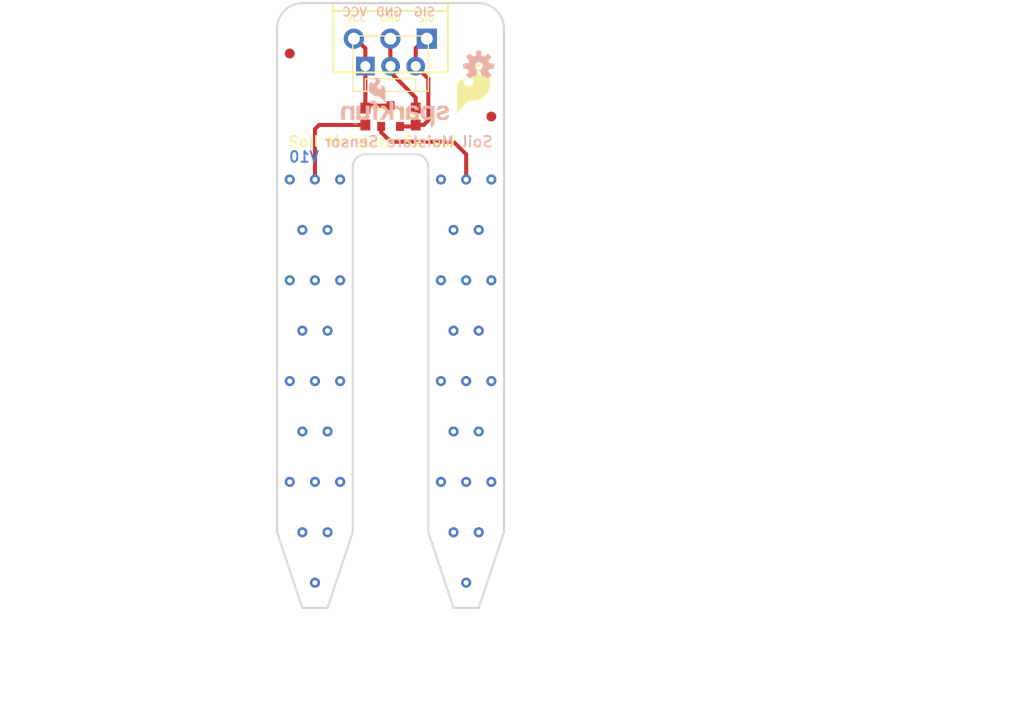
<source format=kicad_pcb>
(kicad_pcb (version 20211014) (generator pcbnew)
  (layers (0 "F.Cu" signal) (31 "B.Cu" signal) (34 "B.Paste" user) (35 "F.Paste" user) (36 "B.SilkS" user "B.Silkscreen") (37 "F.SilkS" user "F.Silkscreen") (38 "B.Mask" user) (39 "F.Mask" user) (44 "Edge.Cuts" user))
  (net 0 "")
  (net 1 "SIG")
  (net 2 "VCC")
  (net 3 "GND")
  (net 4 "PROBE1")
  (net 5 "PROBE2")
  (footprint "boardEagle:STAND-OFF" (layer "F.Cu") (at 157.3911 77.0636)
    (fp_text reference "STANDOFF2" hide)
    (fp_text value "STAND-OFF" hide)
    (pad "" np_thru_hole circle (at 0 0) (size 3.302 3.302) (drill 3.302) (layers *.Cu *.Mask))
  )
  (footprint "boardEagle:SFE_LOGO_FLAME_.2" (layer "F.Cu") (at 154.8511 85.9536)
    (fp_text reference "U$4" hide)
    (fp_text value "" hide)
    (fp_poly (pts (xy 2.350408 -5.352523) (xy 2.530814 -5.30241) (xy 2.681118 -5.242289) (xy 2.801381 -5.172135) (xy 2.871448 -5.122087) (xy 2.908389 -5.09746) (xy 2.889687 -5.09746) (xy 2.849688 -5.10746) (xy 2.720136 -5.10746) (xy 2.630453 -5.097495) (xy 2.550888 -5.077604) (xy 2.471429 -5.037874) (xy 2.39184 -4.968234) (xy 2.352152 -4.918625) (xy 2.322316 -4.858952) (xy 2.30246 -4.809312) (xy 2.292575 -4.75) (xy 2.302481 -4.690561) (xy 2.322333 -4.621079) (xy 2.362134 -4.561378) (xy 2.412001 -4.481591) (xy 2.461723 -4.431869) (xy 2.531572 -4.371998) (xy 2.671313 -4.272184) (xy 2.750927 -4.232377) (xy 2.890355 -4.19254) (xy 2.959477 -4.19254) (xy 3.028551 -4.222143) (xy 3.077983 -4.271575) (xy 3.107574 -4.320894) (xy 3.127418 -4.439957) (xy 3.11746 -4.489748) (xy 3.11746 -4.554583) (xy 3.281592 -4.452001) (xy 3.452057 -4.281535) (xy 3.582326 -4.041038) (xy 3.682475 -3.760623) (xy 3.732551 -3.430119) (xy 3.71252 -3.079583) (xy 3.612378 -2.71907) (xy 3.422151 -2.348628) (xy 3.281933 -2.168348) (xy 3.13171 -2.00811) (xy 2.961453 -1.877913) (xy 2.771205 -1.757757) (xy 2.570861 -1.667602) (xy 2.350494 -1.607502) (xy 2.110158 -1.57746) (xy 1.720342 -1.57746) (xy 1.610861 -1.547602) (xy 1.501268 -1.497787) (xy 1.401581 -1.428006) (xy 1.301749 -1.338157) (xy 1.191873 -1.228281) (xy 1.081901 -1.098315) (xy 0.951861 -0.958272) (xy 0.831866 -0.828277) (xy 0.721916 -0.708332) (xy 0.62192 -0.588337) (xy 0.531948 -0.488367) (xy 0.461968 -0.398393) (xy 0.401865 -0.328273) (xy 0.362088 -0.288496) (xy 0.34746 -0.25924) (xy 0.34746 -2.840067) (xy 0.357468 -3.030225) (xy 0.377504 -3.190509) (xy 0.417635 -3.330969) (xy 0.477869 -3.441397) (xy 0.548092 -3.531684) (xy 0.628382 -3.611974) (xy 0.718811 -3.67226) (xy 0.819192 -3.712412) (xy 0.929416 -3.742474) (xy 1.029748 -3.76254) (xy 1.210181 -3.76254) (xy 1.280661 -3.752471) (xy 1.330863 -3.73239) (xy 1.360413 -3.72254) (xy 1.376132 -3.72254) (xy 1.361505 -3.707912) (xy 1.341136 -3.697728) (xy 1.301041 -3.677681) (xy 1.251257 -3.657767) (xy 1.211552 -3.627989) (xy 1.161697 -3.588105) (xy 1.121924 -3.548332) (xy 1.09228 -3.508806) (xy 1.07254 -3.449587) (xy 1.07254 -3.380355) (xy 1.092377 -3.310927) (xy 1.122088 -3.251504) (xy 1.181723 -3.191869) (xy 1.251276 -3.132252) (xy 1.340734 -3.102433) (xy 1.450342 -3.07254) (xy 1.609645 -3.07254) (xy 1.748921 -3.112333) (xy 1.868325 -3.191936) (xy 1.957737 -3.291282) (xy 1.99746 -3.420383) (xy 1.99746 -3.559436) (xy 1.927848 -3.708605) (xy 1.79814 -3.858268) (xy 1.628085 -4.028323) (xy 1.497836 -4.198649) (xy 1.407627 -4.379066) (xy 1.35746 -4.549634) (xy 1.35746 -4.720435) (xy 1.417717 -4.891162) (xy 1.528109 -5.051733) (xy 1.69859 -5.192129) (xy 1.929117 -5.312404) (xy 2.149778 -5.362554)) (layer "F.SilkS") (width 0) (fill solid))
  )
  (footprint "boardEagle:FIDUCIAL-1X2" (layer "F.Cu") (at 158.6611 85.9536)
    (fp_text reference "FID2" hide)
    (fp_text value "FIDUCIAL1X2" hide)
    (pad "1" smd roundrect (at 0 0) (size 1 1) (layers "F.Cu" "F.Mask") (roundrect_rratio 0.5))
  )
  (footprint "boardEagle:CREATIVE_COMMONS" (layer "F.Cu") (at 129.4511 145.6436)
    (fp_text reference "FRAME1" hide)
    (fp_text value "" hide)
  )
  (footprint "boardEagle:FIDUCIAL-1X2" (layer "F.Cu") (at 138.3411 79.6036)
    (fp_text reference "FID1" hide)
    (fp_text value "FIDUCIAL1X2" hide)
    (pad "1" smd roundrect (at 0 0) (size 1 1) (layers "F.Cu" "F.Mask") (roundrect_rratio 0.5))
  )
  (footprint "boardEagle:0603-RES" (layer "F.Cu") (at 151.0411 85.9536 -90)
    (fp_text reference "R1" (at -0.889 -0.762 -90) (layer "F.SilkS") (effects (font (size 0.373888 0.373888) (thickness 0.032512)) (justify left bottom)))
    (fp_text value "10k")
    (fp_poly (pts (xy -0.2286 0.381) (xy 0.2286 0.381) (xy 0.2286 -0.381) (xy -0.2286 -0.381)) (layer "F.SilkS") (width 0) (fill solid))
    (pad "1" smd rect (at -0.85 0 270) (size 1.1 1) (layers "F.Cu" "F.Paste" "F.Mask") (net 3 "GND"))
    (pad "2" smd rect (at 0.85 0 270) (size 1.1 1) (layers "F.Cu" "F.Paste" "F.Mask") (net 1 "SIG"))
  )
  (footprint "boardEagle:SOT23-3" (layer "F.Cu") (at 148.5011 85.9536)
    (fp_text reference "Q1" (at -0.8255 -1.778) (layer "F.SilkS") (effects (font (size 0.373888 0.373888) (thickness 0.032512)) (justify left bottom)))
    (fp_text value "2N3904")
    (fp_line (start -1.4 -0.7) (end -1.4 0.1) (layer "F.SilkS") (width 0.2032))
    (fp_line (start 1.4 -0.7) (end 1.4 0.1) (layer "F.SilkS") (width 0.2032))
    (fp_line (start 0.8 -0.7) (end 1.4 -0.7) (layer "F.SilkS") (width 0.2032))
    (fp_line (start -0.8 -0.7) (end -1.4 -0.7) (layer "F.SilkS") (width 0.2032))
    (pad "1" smd rect (at -0.95 1) (size 0.8 0.9) (layers "F.Cu" "F.Paste" "F.Mask") (net 4 "PROBE1"))
    (pad "2" smd rect (at 0.95 1) (size 0.8 0.9) (layers "F.Cu" "F.Paste" "F.Mask") (net 1 "SIG"))
    (pad "3" smd rect (at 0 -1.1) (size 0.8 0.9) (layers "F.Cu" "F.Paste" "F.Mask") (net 2 "VCC"))
  )
  (footprint "boardEagle:0603-RES" (layer "F.Cu") (at 145.9611 85.9536 90)
    (fp_text reference "R2" (at -0.889 -0.762 90) (layer "F.SilkS") (effects (font (size 0.373888 0.373888) (thickness 0.032512)) (justify left bottom)))
    (fp_text value "100")
    (fp_poly (pts (xy -0.2286 0.381) (xy 0.2286 0.381) (xy 0.2286 -0.381) (xy -0.2286 -0.381)) (layer "F.SilkS") (width 0) (fill solid))
    (pad "1" smd rect (at -0.85 0 90) (size 1.1 1) (layers "F.Cu" "F.Paste" "F.Mask") (net 5 "PROBE2"))
    (pad "2" smd rect (at 0.85 0 90) (size 1.1 1) (layers "F.Cu" "F.Paste" "F.Mask") (net 2 "VCC"))
  )
  (footprint "boardEagle:STAND-OFF" (layer "F.Cu") (at 139.6111 77.0636)
    (fp_text reference "STANDOFF1" hide)
    (fp_text value "STAND-OFF" hide)
    (pad "" np_thru_hole circle (at 0 0) (size 3.302 3.302) (drill 3.302) (layers *.Cu *.Mask))
  )
  (footprint "boardEagle:MOLEX-1X3" (layer "F.Cu") (at 145.9611 80.8736)
    (fp_text reference "JP1" hide)
    (fp_text value "DNP" hide)
    (fp_line (start 0 2.54) (end 0 1.27) (layer "F.SilkS") (width 0.127))
    (fp_line (start 0 2.54) (end -1.27 2.54) (layer "F.SilkS") (width 0.127))
    (fp_line (start 5.08 2.54) (end 0 2.54) (layer "F.SilkS") (width 0.127))
    (fp_line (start 5.08 1.27) (end 5.08 2.54) (layer "F.SilkS") (width 0.127))
    (fp_line (start 0 1.27) (end 5.08 1.27) (layer "F.SilkS") (width 0.127))
    (fp_line (start 6.35 -3.048) (end 6.35 2.54) (layer "F.SilkS") (width 0.127))
    (fp_line (start -1.27 -3.048) (end -1.27 2.54) (layer "F.SilkS") (width 0.127))
    (fp_line (start 6.35 -3.048) (end -1.27 -3.048) (layer "F.SilkS") (width 0.127))
    (fp_line (start 6.35 2.54) (end 5.08 2.54) (layer "F.SilkS") (width 0.127))
    (pad "1" thru_hole rect (at 0 0) (size 1.8796 1.8796) (drill 1.016) (layers *.Cu *.Mask) (net 2 "VCC"))
    (pad "2" thru_hole circle (at 2.54 0) (size 1.8796 1.8796) (drill 1.016) (layers *.Cu *.Mask) (net 3 "GND"))
    (pad "3" thru_hole circle (at 5.08 0) (size 1.8796 1.8796) (drill 1.016) (layers *.Cu *.Mask) (net 1 "SIG"))
  )
  (footprint "boardEagle:SCREWTERMINAL-3.5MM-3_LOCK.007S" (layer "F.Cu") (at 151.9809 78.105 180)
    (fp_text reference "JP2" (at -1.27 -2.54 180) (layer "F.SilkS") (effects (font (size 0.373888 0.373888) (thickness 0.032512)) (justify right top)))
    (fp_text value "")
    (fp_line (start -2.3 -3.4) (end 9.3 -3.4) (layer "F.SilkS") (width 0.2032))
    (fp_line (start 9.3 -3.4) (end 9.3 2.8) (layer "F.SilkS") (width 0.2032))
    (fp_line (start -2.3 3.6) (end -2.3 2.8) (layer "F.SilkS") (width 0.2032))
    (fp_line (start -2.3 2.8) (end -2.3 -3.4) (layer "F.SilkS") (width 0.2032))
    (fp_line (start 9.3 2.8) (end -2.3 2.8) (layer "F.SilkS") (width 0.2032))
    (fp_line (start 9.3 3.6) (end -2.3 3.6) (layer "F.SilkS") (width 0.2032))
    (fp_line (start 9.3 2.8) (end 9.3 3.6) (layer "F.SilkS") (width 0.2032))
    (pad "1" thru_hole rect (at -0.1778 0 180) (size 2.032 2.032) (drill 1.2) (layers *.Cu *.Mask) (net 1 "SIG"))
    (pad "2" thru_hole circle (at 3.5 0 180) (size 2.032 2.032) (drill 1.2) (layers *.Cu *.Mask) (net 3 "GND"))
    (pad "3" thru_hole circle (at 7.1778 0 180) (size 2.032 2.032) (drill 1.2) (layers *.Cu *.Mask) (net 2 "VCC"))
  )
  (footprint "boardEagle:SFE_LOGO_NAME_FLAME_.1" (layer "B.Cu") (at 154.8511 87.2236 180)
    (fp_text reference "LOGO1" hide)
    (fp_text value "SFE_LOGO_NAME_FLAME.1_INCH" hide)
    (fp_poly (pts (xy 4.320253 2.38254) (xy 4.380252 2.38254) (xy 4.430727 2.372445) (xy 4.480723 2.352446) (xy 4.530727 2.342445) (xy 4.581255 2.322234) (xy 4.621524 2.292032) (xy 4.661524 2.262032) (xy 4.701814 2.231814) (xy 4.732169 2.191341) (xy 4.752319 2.151041) (xy 4.772445 2.100727) (xy 4.78254 2.050252) (xy 4.78254 1.1806) (xy 4.79254 1.1606) (xy 4.79254 1.0706) (xy 4.80254 1.0506) (xy 4.80254 1.0306) (xy 4.81254 1.0106) (xy 4.81254 0.9806) (xy 4.822088 0.961504) (xy 4.83254 0.951052) (xy 4.83254 0.93746) (xy 4.43746 0.93746) (xy 4.43746 0.948948) (xy 4.42746 0.958948) (xy 4.42746 0.968948) (xy 4.41746 0.978948) (xy 4.41746 1.008948) (xy 4.40746 1.018948) (xy 4.40746 1.071611) (xy 4.391832 1.048168) (xy 4.361619 1.028027) (xy 4.341618 1.008026) (xy 4.311126 0.987698) (xy 4.281124 0.977697) (xy 4.251126 0.957698) (xy 4.220803 0.94759) (xy 4.160803 0.92759) (xy 4.130412 0.91746) (xy 4.100413 0.91746) (xy 4.070412 0.90746) (xy 4.030413 0.90746) (xy 4.000412 0.89746) (xy 3.889748 0.89746) (xy 3.839747 0.90746) (xy 3.789687 0.90746) (xy 3.749217 0.917578) (xy 3.698959 0.937681) (xy 3.658723 0.957799) (xy 3.628726 0.977797) (xy 3.588495 0.997912) (xy 3.558026 1.028382) (xy 3.537929 1.058528) (xy 3.507926 1.098532) (xy 3.487608 1.129009) (xy 3.477576 1.179169) (xy 3.45746 1.2194) (xy 3.45746 1.269747) (xy 3.447414 1.319977) (xy 3.467533 1.430632) (xy 3.49767 1.521042) (xy 3.538013 1.591642) (xy 3.60853 1.652086) (xy 3.678917 1.692307) (xy 3.759244 1.722429) (xy 3.83955 1.742506) (xy 3.931674 1.752742) (xy 4.013317 1.538428) (xy 3.980974 1.527647) (xy 3.961504 1.517912) (xy 3.951505 1.507912) (xy 3.931136 1.497728) (xy 3.911504 1.487912) (xy 3.901505 1.477912) (xy 3.881893 1.468107) (xy 3.85254 1.4094) (xy 3.85254 1.3894) (xy 3.84254 1.3694) (xy 3.84254 1.320413) (xy 3.85254 1.290412) (xy 3.85254 1.2706) (xy 3.862088 1.251504) (xy 3.872088 1.241505) (xy 3.881893 1.221893) (xy 3.901505 1.212088) (xy 3.911504 1.202088) (xy 3.9506 1.18254) (xy 3.9706 1.18254) (xy 3.9906 1.17254) (xy 4.0106 1.17254) (xy 4.0306 1.16254) (xy 4.079747 1.16254) (xy 4.129748 1.17254) (xy 4.1794 1.17254) (xy 4.219113 1.192397) (xy 4.258958 1.202357) (xy 4.288381 1.221973) (xy 4.308027 1.241619) (xy 4.328026 1.271618) (xy 4.34778 1.291372) (xy 4.367647 1.350974) (xy 4.377647 1.370974) (xy 4.38746 1.400413) (xy 4.38746 1.623868) (xy 4.371052 1.60746) (xy 4.3506 1.60746) (xy 4.3106 1.58746) (xy 4.2906 1.58746) (xy 4.2706 1.57746) (xy 4.228017 1.57746) (xy 4.17694 1.781767) (xy 4.249239 1.802424) (xy 4.308933 1.822322) (xy 4.358267 1.851922) (xy 4.38746 1.890847) (xy 4.38746 1.9994) (xy 4.357912 2.058496) (xy 4.347912 2.068495) (xy 4.338107 2.088107) (xy 4.2794 2.11746) (xy 4.2594 2.11746) (xy 4.2394 2.12746) (xy 4.0606 2.12746) (xy 3.961504 2.077912) (xy 3.922088 2.038496) (xy 3.912353 2.019026) (xy 3.902353 1.989026) (xy 3.89254 1.9694) (xy 3.89254 1.91746) (xy 3.497002 1.91746) (xy 3.507495 1.980418) (xy 3.517527 2.040614) (xy 3.537721 2.101194) (xy 3.567889 2.141419) (xy 3.597889 2.191419) (xy 3.628186 2.231814) (xy 3.668581 2.262111) (xy 3.718693 2.292178) (xy 3.768868 2.322283) (xy 3.819273 2.342445) (xy 3.869347 2.35246) (xy 3.929386 2.372473) (xy 3.989522 2.382495) (xy 4.039748 2.39254) (xy 4.270252 2.39254)) (layer "B.SilkS") (width 0) (fill solid))
    (fp_poly (pts (xy 6.45254 1.85631) (xy 6.938918 2.36254) (xy 7.406216 2.36254) (xy 6.873268 1.839648) (xy 7.464702 0.93746) (xy 6.988585 0.93746) (xy 6.59947 1.566031) (xy 6.45254 1.428896) (xy 6.45254 0.93746) (xy 6.05746 0.93746) (xy 6.05746 2.681517) (xy 6.45254 2.894253)) (layer "B.SilkS") (width 0) (fill solid))
    (fp_poly (pts (xy 3.342723 1.632471) (xy 3.332519 1.489622) (xy 3.302427 1.35922) (xy 3.251323 1.23657) (xy 2.906799 1.398699) (xy 2.937517 1.480613) (xy 2.94746 1.560155) (xy 2.94746 1.642606)) (layer "B.SilkS") (width 0) (fill solid))
    (fp_poly (pts (xy 8.37254 2.88157) (xy 8.37254 2.59746) (xy 8.200312 2.59746) (xy 8.160888 2.587604) (xy 8.121739 2.568029) (xy 8.102203 2.538726) (xy 8.09254 2.5194) (xy 8.09254 2.479687) (xy 8.08254 2.439688) (xy 8.08254 2.36254) (xy 8.35254 2.36254) (xy 8.35254 2.09746) (xy 8.08254 2.09746) (xy 8.08254 0.93746) (xy 7.69746 0.93746) (xy 7.69746 2.09746) (xy 7.30238 2.09746) (xy 7.348332 2.131924) (xy 7.508332 2.291924) (xy 7.548186 2.321814) (xy 7.57873 2.36254) (xy 7.69746 2.36254) (xy 7.69746 2.560461) (xy 7.727642 2.640947) (xy 7.757811 2.711341) (xy 7.808258 2.771877) (xy 7.878686 2.822183) (xy 7.95906 2.86237) (xy 8.059627 2.89254) (xy 8.3506 2.89254)) (layer "B.SilkS") (width 0) (fill solid))
    (fp_poly (pts (xy 4.232958 1.578639) (xy 4.2106 1.56746) (xy 4.190413 1.56746) (xy 4.160412 1.55746) (xy 4.120413 1.55746) (xy 4.090412 1.54746) (xy 4.0506 1.54746) (xy 4.0306 1.53746) (xy 4.00825 1.53746) (xy 3.926458 1.752162) (xy 4.01972 1.762524) (xy 4.10968 1.77252) (xy 4.181909 1.782838)) (layer "B.SilkS") (width 0) (fill solid))
    (fp_poly (pts (xy 1.310594 2.372474) (xy 1.410884 2.342387) (xy 1.501294 2.302204) (xy 1.581814 2.241814) (xy 1.642169 2.161341) (xy 1.692443 2.060794) (xy 1.712998 1.93746) (xy 1.337918 1.93746) (xy 1.327554 1.989277) (xy 1.30774 2.038811) (xy 1.288169 2.068169) (xy 1.258726 2.087797) (xy 1.218952 2.107684) (xy 1.169512 2.12746) (xy 1.000413 2.12746) (xy 0.970711 2.117559) (xy 0.930716 2.107561) (xy 0.901629 2.097865) (xy 0.86254 2.039232) (xy 0.86254 2.000312) (xy 0.87234 1.961114) (xy 0.901814 1.921814) (xy 0.94134 1.89217) (xy 1.000974 1.862353) (xy 1.060568 1.842488) (xy 1.140467 1.832501) (xy 1.220616 1.812464) (xy 1.38056 1.772478) (xy 1.470926 1.752396) (xy 1.54126 1.712205) (xy 1.611454 1.672094) (xy 1.671909 1.621715) (xy 1.712243 1.561215) (xy 1.742483 1.490655) (xy 1.752562 1.399946) (xy 1.732472 1.269367) (xy 1.692258 1.158778) (xy 1.631873 1.078263) (xy 1.551427 1.007874) (xy 1.450911 0.957616) (xy 1.340544 0.927516) (xy 1.220315 0.907477) (xy 1.1 0.897451) (xy 0.979685 0.907477) (xy 0.859456 0.927516) (xy 0.749089 0.957616) (xy 0.648573 1.007874) (xy 0.568144 1.078249) (xy 0.497775 1.168724) (xy 0.457534 1.269327) (xy 0.437039 1.40254) (xy 0.81254 1.40254) (xy 0.81254 1.340488) (xy 0.832233 1.291257) (xy 0.861814 1.251814) (xy 0.941029 1.192403) (xy 1.000458 1.182499) (xy 1.050478 1.172495) (xy 1.109896 1.162592) (xy 1.149687 1.17254) (xy 1.189688 1.17254) (xy 1.229112 1.182396) (xy 1.26866 1.20217) (xy 1.308332 1.231924) (xy 1.337707 1.261299) (xy 1.357382 1.34) (xy 1.347604 1.379112) (xy 1.327996 1.418328) (xy 1.288581 1.447889) (xy 1.238933 1.477678) (xy 1.179284 1.497561) (xy 1.019452 1.537519) (xy 0.919475 1.557515) (xy 0.829275 1.577559) (xy 0.749053 1.607642) (xy 0.678866 1.637723) (xy 0.608664 1.677838) (xy 0.548168 1.718168) (xy 0.507757 1.778785) (xy 0.477517 1.849345) (xy 0.467448 1.939965) (xy 0.4775 2.06059) (xy 0.517803 2.161346) (xy 0.588209 2.24181) (xy 0.658584 2.302132) (xy 0.759168 2.352424) (xy 0.859524 2.372495) (xy 0.969771 2.39254) (xy 1.200229 2.39254)) (layer "B.SilkS") (width 0) (fill solid))
    (fp_poly (pts (xy 5.901052 2.38254) (xy 5.91254 2.38254) (xy 5.91254 2.01746) (xy 5.8994 2.01746) (xy 5.8794 2.02746) (xy 5.770123 2.02746) (xy 5.670438 2.017492) (xy 5.590955 1.997621) (xy 5.521658 1.958022) (xy 5.472094 1.898545) (xy 5.432358 1.829007) (xy 5.412466 1.759386) (xy 5.39254 1.669719) (xy 5.39254 0.93746) (xy 4.99746 0.93746) (xy 4.99746 2.292082) (xy 5.049452 2.302481) (xy 5.089687 2.31254) (xy 5.139747 2.31254) (xy 5.189452 2.322481) (xy 5.229443 2.332479) (xy 5.279502 2.342491) (xy 5.329452 2.352481) (xy 5.37254 2.363253) (xy 5.37254 2.099564) (xy 5.407893 2.161432) (xy 5.448032 2.211607) (xy 5.498213 2.271823) (xy 5.548568 2.312107) (xy 5.618958 2.35233) (xy 5.679249 2.372427) (xy 5.749644 2.39254) (xy 5.891052 2.39254)) (layer "B.SilkS") (width 0) (fill solid))
    (fp_poly (pts (xy 8.85254 1.560155) (xy 8.872514 1.400367) (xy 8.882403 1.341029) (xy 8.941733 1.261922) (xy 8.990929 1.232405) (xy 9.040478 1.222495) (xy 9.100052 1.212566) (xy 9.179633 1.222514) (xy 9.239106 1.232426) (xy 9.288426 1.262017) (xy 9.327912 1.301504) (xy 9.357692 1.361064) (xy 9.387525 1.430674) (xy 9.39746 1.510155) (xy 9.39746 2.36254) (xy 9.79254 2.36254) (xy 9.79254 0.93746) (xy 9.41746 0.93746) (xy 9.41746 1.13746) (xy 9.411359 1.13746) (xy 9.372052 1.078499) (xy 9.331807 1.028193) (xy 9.281377 0.987848) (xy 9.221041 0.957681) (xy 9.170874 0.937614) (xy 9.110586 0.917518) (xy 9.040394 0.907491) (xy 8.98012 0.897445) (xy 8.839465 0.907492) (xy 8.728943 0.947682) (xy 8.638542 0.997904) (xy 8.568001 1.058368) (xy 8.517646 1.149007) (xy 8.487526 1.249406) (xy 8.46746 1.359771) (xy 8.46746 2.36254) (xy 8.85254 2.36254)) (layer "B.SilkS") (width 0) (fill solid))
    (fp_poly (pts (xy 7.950848 5.162395) (xy 8.031017 5.132331) (xy 8.091341 5.102169) (xy 8.131668 5.071924) (xy 8.146132 5.05746) (xy 8.109588 5.05746) (xy 8.079587 5.06746) (xy 8.050312 5.06746) (xy 8.010557 5.057521) (xy 7.960831 5.047576) (xy 7.92134 5.02783) (xy 7.881871 4.998229) (xy 7.862303 4.968876) (xy 7.852353 4.939026) (xy 7.842353 4.919026) (xy 7.832678 4.89) (xy 7.842441 4.860711) (xy 7.852357 4.821042) (xy 7.872201 4.791277) (xy 7.892088 4.751504) (xy 7.921619 4.721973) (xy 7.951468 4.702074) (xy 7.991472 4.672071) (xy 8.021274 4.652203) (xy 8.1006 4.61254) (xy 8.169587 4.61254) (xy 8.198876 4.622303) (xy 8.227865 4.641629) (xy 8.24746 4.700413) (xy 8.24746 4.78411) (xy 8.331573 4.742053) (xy 8.412067 4.651498) (xy 8.482313 4.531076) (xy 8.53246 4.390665) (xy 8.562553 4.230166) (xy 8.552521 4.049585) (xy 8.502367 3.86903) (xy 8.402125 3.688595) (xy 8.331908 3.598316) (xy 8.251736 3.518144) (xy 8.171502 3.447939) (xy 8.071132 3.387717) (xy 7.970808 3.347588) (xy 7.860544 3.317516) (xy 7.74021 3.29746) (xy 7.550208 3.29746) (xy 7.490894 3.287574) (xy 7.441452 3.257909) (xy 7.341787 3.178177) (xy 7.291878 3.118285) (xy 7.231796 3.058204) (xy 7.161945 2.988353) (xy 7.111945 2.918353) (xy 7.051876 2.858284) (xy 7.001878 2.798285) (xy 6.951924 2.748332) (xy 6.921924 2.708332) (xy 6.891973 2.678381) (xy 6.871359 2.64746) (xy 6.85746 2.64746) (xy 6.85746 3.930141) (xy 6.867476 4.02028) (xy 6.877505 4.110548) (xy 6.897647 4.170974) (xy 6.927772 4.231223) (xy 6.958149 4.281851) (xy 7.008581 4.312111) (xy 7.048745 4.342234) (xy 7.099057 4.362358) (xy 7.149312 4.38246) (xy 7.20979 4.39254) (xy 7.290313 4.39254) (xy 7.330312 4.38254) (xy 7.3506 4.38254) (xy 7.374288 4.370696) (xy 7.361505 4.357912) (xy 7.341136 4.347728) (xy 7.320974 4.337647) (xy 7.291372 4.32778) (xy 7.251973 4.288381) (xy 7.232303 4.258876) (xy 7.22254 4.229587) (xy 7.22254 4.200413) (xy 7.232353 4.170974) (xy 7.252088 4.131504) (xy 7.281619 4.101973) (xy 7.311189 4.08226) (xy 7.360723 4.062446) (xy 7.410253 4.05254) (xy 7.489688 4.05254) (xy 7.568958 4.072357) (xy 7.628263 4.111894) (xy 7.667733 4.161232) (xy 7.68746 4.220413) (xy 7.68746 4.289477) (xy 7.657823 4.358629) (xy 7.588088 4.438327) (xy 7.588089 4.438328) (xy 7.508095 4.52832) (xy 7.437911 4.608531) (xy 7.387601 4.699089) (xy 7.36746 4.789721) (xy 7.36746 4.870412) (xy 7.397711 4.961166) (xy 7.448099 5.031709) (xy 7.538529 5.112091) (xy 7.649143 5.172426) (xy 7.759771 5.19254) (xy 7.860412 5.19254)) (layer "B.SilkS") (width 0) (fill solid))
    (fp_poly (pts (xy 2.850522 2.382511) (xy 2.991123 2.332296) (xy 3.101656 2.261957) (xy 3.192029 2.161542) (xy 3.262327 2.051075) (xy 3.30246 1.920641) (xy 3.332522 1.780352) (xy 3.34272 1.627389) (xy 2.94746 1.637524) (xy 2.94746 1.729845) (xy 2.937517 1.809388) (xy 2.907648 1.889039) (xy 2.87781 1.958661) (xy 2.828285 2.018091) (xy 2.768789 2.057755) (xy 2.699342 2.087518) (xy 2.610018 2.097443) (xy 2.530612 2.087517) (xy 2.451271 2.057764) (xy 2.401787 2.018177) (xy 2.35219 1.958661) (xy 2.322352 1.889039) (xy 2.292483 1.809388) (xy 2.28254 1.729845) (xy 2.28254 1.560312) (xy 2.322414 1.400818) (xy 2.352143 1.331449) (xy 2.401716 1.281876) (xy 2.461214 1.232295) (xy 2.530494 1.2125) (xy 2.619982 1.202557) (xy 2.699531 1.212501) (xy 2.778821 1.232323) (xy 2.838177 1.281787) (xy 2.8778 1.331315) (xy 2.908702 1.403418) (xy 3.253521 1.24115) (xy 3.192055 1.128463) (xy 3.101655 1.038063) (xy 2.991176 0.957715) (xy 2.870575 0.917514) (xy 2.719958 0.897432) (xy 2.659582 0.907495) (xy 2.599582 0.917495) (xy 2.539206 0.927557) (xy 2.478777 0.957772) (xy 2.428693 0.987822) (xy 2.378302 1.018057) (xy 2.338017 1.068413) (xy 2.298779 1.11746) (xy 2.29254 1.11746) (xy 2.29254 0.093868) (xy 2.198303 0.188105) (xy 2.098413 0.268017) (xy 2.048303 0.308104) (xy 1.998204 0.358204) (xy 1.958303 0.398105) (xy 1.90746 0.438779) (xy 1.90746 2.291983) (xy 1.949443 2.302479) (xy 1.999748 2.31254) (xy 2.049688 2.31254) (xy 2.089443 2.322479) (xy 2.139452 2.332481) (xy 2.179443 2.342479) (xy 2.229502 2.352491) (xy 2.28254 2.363098) (xy 2.28254 2.187241) (xy 2.318104 2.231697) (xy 2.358303 2.271896) (xy 2.408547 2.31209) (xy 2.458693 2.342178) (xy 2.509107 2.372426) (xy 2.569582 2.382505) (xy 2.62979 2.39254) (xy 2.700085 2.39254)) (layer "B.SilkS") (width 0) (fill solid))
    (fp_poly (pts (xy 10.950429 2.382516) (xy 11.060965 2.35237) (xy 11.151545 2.302048) (xy 11.222001 2.231592) (xy 11.272335 2.151057) (xy 11.302474 2.050594) (xy 11.322522 1.940325) (xy 11.33254 1.810098) (xy 11.33254 0.93746) (xy 10.93746 0.93746) (xy 10.93746 1.739845) (xy 10.92748 1.819685) (xy 10.917491 1.889606) (xy 10.907574 1.949106) (xy 10.877889 1.998581) (xy 10.848267 2.038078) (xy 10.799071 2.067595) (xy 10.749522 2.077505) (xy 10.689948 2.087434) (xy 10.610367 2.077487) (xy 10.550894 2.067574) (xy 10.501698 2.038056) (xy 10.462091 1.988548) (xy 10.432269 1.938844) (xy 10.402482 1.869342) (xy 10.39254 1.779864) (xy 10.39254 0.93746) (xy 9.99746 0.93746) (xy 9.99746 2.36254) (xy 10.37254 2.36254) (xy 10.37254 2.16254) (xy 10.378641 2.16254) (xy 10.418026 2.221618) (xy 10.458303 2.261896) (xy 10.508499 2.302052) (xy 10.568874 2.342302) (xy 10.629197 2.36241) (xy 10.689386 2.382473) (xy 10.74979 2.39254) (xy 10.810091 2.39254)) (layer "B.SilkS") (width 0) (fill solid))
  )
  (footprint "boardEagle:OSHW-LOGO-S" (layer "B.Cu") (at 157.3911 80.8736 180)
    (fp_text reference "LOGO2" hide)
    (fp_text value "OSHW-LOGOS" hide)
    (fp_poly (pts (xy 0.301647 1.061351) (xy 0.42347 1.022344) (xy 0.537177 0.963769) (xy 0.92862 1.282946) (xy 1.282946 0.92862) (xy 0.961035 0.533823) (xy 1.057046 0.302084) (xy 1.5638 0.250561) (xy 1.5638 -0.250561) (xy 1.057046 -0.302084) (xy 0.961035 -0.533823) (xy 1.282946 -0.92862) (xy 0.92862 -1.282946) (xy 0.537177 -0.96377) (xy 0.356601 -1.056794) (xy 0.088679 -0.410073) (xy 0.326262 -0.2176) (xy 0.373649 -0.121468) (xy 0.392729 -0.010339) (xy 0.379464 0.101634) (xy 0.334947 0.205229) (xy 0.262842 0.291918) (xy 0.169087 0.354561) (xy 0.061406 0.387999) (xy -0.051342 0.38948) (xy -0.159868 0.358881) (xy -0.255234 0.298724) (xy -0.329589 0.213962) (xy -0.376813 0.111569) (xy -0.392176 0.005767) (xy -0.322923 -0.222565) (xy -0.249312 -0.303773) (xy 0.091677 -0.5081) (xy -0.12929 -0.5081) (xy -0.355332 -1.053732) (xy -0.506597 -0.983577) (xy -0.538922 -0.965192) (xy -0.92862 -1.282946) (xy -1.282946 -0.92862) (xy -0.961035 -0.533823) (xy -1.057046 -0.302084) (xy -1.5638 -0.250561) (xy -1.5638 0.250561) (xy -1.057046 0.302084) (xy -0.961035 0.533823) (xy -1.282946 0.92862) (xy -0.92862 1.282946) (xy -0.533823 0.961035) (xy -0.302084 1.057046) (xy -0.250561 1.5638) (xy 0.250561 1.5638)) (layer "B.SilkS") (width 0) (fill solid))
  )
  (gr_line (start 157.3911 135.4836) (end 154.8511 135.4836) (layer "Edge.Cuts") (width 0.2032))
  (gr_arc (start 157.3911 74.5236) (mid 159.187151 75.267549) (end 159.9311 77.0636) (layer "Edge.Cuts") (width 0.2032))
  (gr_line (start 142.1511 135.4836) (end 144.6911 127.8636) (layer "Edge.Cuts") (width 0.2032))
  (gr_arc (start 151.0411 89.7636) (mid 151.939126 90.135574) (end 152.3111 91.0336) (layer "Edge.Cuts") (width 0.2032))
  (gr_line (start 145.9611 89.7636) (end 151.0411 89.7636) (layer "Edge.Cuts") (width 0.2032))
  (gr_line (start 137.0711 77.0636) (end 137.0711 127.8636) (layer "Edge.Cuts") (width 0.2032))
  (gr_line (start 144.6911 127.8636) (end 144.6911 91.0336) (layer "Edge.Cuts") (width 0.2032))
  (gr_line (start 159.9311 77.0636) (end 159.9311 127.8636) (layer "Edge.Cuts") (width 0.2032))
  (gr_arc (start 144.6911 91.0336) (mid 145.063074 90.135574) (end 145.9611 89.7636) (layer "Edge.Cuts") (width 0.2032))
  (gr_line (start 137.0711 127.8636) (end 139.6111 135.4836) (layer "Edge.Cuts") (width 0.2032))
  (gr_line (start 152.3111 127.8636) (end 152.3111 91.0336) (layer "Edge.Cuts") (width 0.2032))
  (gr_line (start 159.9311 127.8636) (end 157.3911 135.4836) (layer "Edge.Cuts") (width 0.2032))
  (gr_line (start 139.6111 74.5236) (end 157.3911 74.5236) (layer "Edge.Cuts") (width 0.2032))
  (gr_line (start 154.8511 135.4836) (end 152.3111 127.8636) (layer "Edge.Cuts") (width 0.2032))
  (gr_arc (start 137.0711 77.0636) (mid 137.815049 75.267549) (end 139.6111 74.5236) (layer "Edge.Cuts") (width 0.2032))
  (gr_line (start 139.6111 135.4836) (end 142.1511 135.4836) (layer "Edge.Cuts") (width 0.2032))
  (gr_text "V10" (at 141.3891 90.6526) (layer "B.Cu") (effects (font (size 1.0795 1.0795) (thickness 0.1905)) (justify left bottom mirror)))
  (gr_text "Soil Moisture Sensor" (at 158.9151 89.1286) (layer "B.SilkS") (effects (font (size 1.0795 1.0795) (thickness 0.1905)) (justify left bottom mirror)))
  (gr_text "SIG" (at 153.0731 75.9206) (layer "B.SilkS") (effects (font (size 0.8636 0.8636) (thickness 0.1524)) (justify left bottom mirror)))
  (gr_text "VCC" (at 146.2151 75.9206) (layer "B.SilkS") (effects (font (size 0.8636 0.8636) (thickness 0.1524)) (justify left bottom mirror)))
  (gr_text "GND" (at 149.7711 75.9206) (layer "B.SilkS") (effects (font (size 0.8636 0.8636) (thickness 0.1524)) (justify left bottom mirror)))
  (gr_text "GND" (at 149.6441 75.6412) (layer "F.SilkS") (effects (font (size 0.69088 0.69088) (thickness 0.12192)) (justify right top)))
  (gr_text "Soil Moisture Sensor" (at 138.0871 89.1286) (layer "F.SilkS") (effects (font (size 1.0795 1.0795) (thickness 0.1905)) (justify left bottom)))
  (gr_text "VCC" (at 146.1135 75.6412) (layer "F.SilkS") (effects (font (size 0.69088 0.69088) (thickness 0.12192)) (justify right top)))
  (gr_text "SIG" (at 153.0223 75.6666) (layer "F.SilkS") (effects (font (size 0.69088 0.69088) (thickness 0.12192)) (justify right top)))
  (segment (start 151.9809 78.105) (end 152.1587 78.105) (width 0.4064) (layer "F.Cu") (net 1))
  (segment (start 150.8911 86.9536) (end 151.0411 86.8036) (width 0.254) (layer "F.Cu") (net 1))
  (segment (start 152.3111 82.1436) (end 152.3111 86.3346) (width 0.4064) (layer "F.Cu") (net 1))
  (segment (start 151.0411 79.0448) (end 151.0411 80.8736) (width 0.4064) (layer "F.Cu") (net 1))
  (segment (start 151.0411 80.8736) (end 152.3111 82.1436) (width 0.4064) (layer "F.Cu") (net 1))
  (segment (start 149.4511 86.9536) (end 150.8911 86.9536) (width 0.4064) (layer "F.Cu") (net 1))
  (segment (start 151.8539 86.7918) (end 151.0529 86.7918) (width 0.4064) (layer "F.Cu") (net 1))
  (segment (start 151.0411 79.0448) (end 151.9809 78.105) (width 0.4064) (layer "F.Cu") (net 1))
  (segment (start 152.3111 86.3346) (end 151.8539 86.7918) (width 0.4064) (layer "F.Cu") (net 1))
  (segment (start 151.0529 86.7918) (end 151.0411 86.8036) (width 0.254) (layer "F.Cu") (net 1))
  (segment (start 146.2111 84.8536) (end 148.5011 84.8536) (width 0.4064) (layer "F.Cu") (net 2))
  (segment (start 144.9809 78.105) (end 144.8031 78.105) (width 0.4064) (layer "F.Cu") (net 2))
  (segment (start 145.9611 85.1036) (end 146.2111 84.8536) (width 0.254) (layer "F.Cu") (net 2))
  (segment (start 145.9611 79.0852) (end 144.9809 78.105) (width 0.4064) (layer "F.Cu") (net 2))
  (segment (start 145.9611 79.0852) (end 145.9611 80.8736) (width 0.4064) (layer "F.Cu") (net 2))
  (segment (start 145.9611 80.8736) (end 145.9611 85.1036) (width 0.4064) (layer "F.Cu") (net 2))
  (segment (start 151.0411 84.0486) (end 151.0411 85.1036) (width 0.4064) (layer "F.Cu") (net 3))
  (segment (start 148.4809 80.8534) (end 148.5011 80.8736) (width 0.254) (layer "F.Cu") (net 3))
  (segment (start 148.5011 80.8736) (end 148.5011 81.5086) (width 0.4064) (layer "F.Cu") (net 3))
  (segment (start 148.5011 81.5086) (end 151.0411 84.0486) (width 0.4064) (layer "F.Cu") (net 3))
  (segment (start 148.4809 80.8534) (end 148.4809 78.105) (width 0.4064) (layer "F.Cu") (net 3))
  (segment (start 147.5511 86.9536) (end 147.5511 87.5436) (width 0.4064) (layer "F.Cu") (net 4))
  (segment (start 147.5511 87.5436) (end 148.5011 88.4936) (width 0.4064) (layer "F.Cu") (net 4))
  (segment (start 156.1211 92.3036) (end 156.1211 89.7636) (width 0.4064) (layer "F.Cu") (net 4))
  (segment (start 148.5011 88.4936) (end 154.8511 88.4936) (width 0.4064) (layer "F.Cu") (net 4))
  (segment (start 156.1211 89.7636) (end 154.8511 88.4936) (width 0.4064) (layer "F.Cu") (net 4))
  (via (at 157.3911 107.5436) (size 1.016) (drill 0.508) (layers "F.Cu" "B.Cu") (net 4))
  (via (at 153.5811 92.3036) (size 1.016) (drill 0.508) (layers "F.Cu" "B.Cu") (net 4))
  (via (at 158.6611 112.6236) (size 1.016) (drill 0.508) (layers "F.Cu" "B.Cu") (net 4))
  (via (at 156.1211 122.7836) (size 1.016) (drill 0.508) (layers "F.Cu" "B.Cu") (net 4))
  (via (at 156.1211 112.6236) (size 1.016) (drill 0.508) (layers "F.Cu" "B.Cu") (net 4))
  (via (at 157.3911 97.3836) (size 1.016) (drill 0.508) (layers "F.Cu" "B.Cu") (net 4))
  (via (at 153.5811 112.6236) (size 1.016) (drill 0.508) (layers "F.Cu" "B.Cu") (net 4))
  (via (at 158.6611 102.4636) (size 1.016) (drill 0.508) (layers "F.Cu" "B.Cu") (net 4))
  (via (at 158.6611 122.7836) (size 1.016) (drill 0.508) (layers "F.Cu" "B.Cu") (net 4))
  (via (at 154.8511 97.3836) (size 1.016) (drill 0.508) (layers "F.Cu" "B.Cu") (net 4))
  (via (at 154.8511 107.5436) (size 1.016) (drill 0.508) (layers "F.Cu" "B.Cu") (net 4))
  (via (at 153.5811 102.4636) (size 1.016) (drill 0.508) (layers "F.Cu" "B.Cu") (net 4))
  (via (at 157.3911 127.8636) (size 1.016) (drill 0.508) (layers "F.Cu" "B.Cu") (net 4))
  (via (at 154.8511 117.7036) (size 1.016) (drill 0.508) (layers "F.Cu" "B.Cu") (net 4))
  (via (at 157.3911 117.7036) (size 1.016) (drill 0.508) (layers "F.Cu" "B.Cu") (net 4))
  (via (at 156.1211 92.3036) (size 1.016) (drill 0.508) (layers "F.Cu" "B.Cu") (net 4))
  (via (at 158.6611 92.3036) (size 1.016) (drill 0.508) (layers "F.Cu" "B.Cu") (net 4))
  (via (at 154.8511 127.8636) (size 1.016) (drill 0.508) (layers "F.Cu" "B.Cu") (net 4))
  (via (at 156.1211 102.4636) (size 1.016) (drill 0.508) (layers "F.Cu" "B.Cu") (net 4))
  (via (at 156.1211 132.9436) (size 1.016) (drill 0.508) (layers "F.Cu" "B.Cu") (net 4))
  (via (at 153.5811 122.7836) (size 1.016) (drill 0.508) (layers "F.Cu" "B.Cu") (net 4))
  (segment (start 140.8811 87.2236) (end 140.8811 92.3036) (width 0.4064) (layer "F.Cu") (net 5))
  (segment (start 145.9611 86.8036) (end 141.3011 86.8036) (width 0.4064) (layer "F.Cu") (net 5))
  (segment (start 141.3011 86.8036) (end 140.8811 87.2236) (width 0.4064) (layer "F.Cu") (net 5))
  (via (at 140.8811 122.7836) (size 1.016) (drill 0.508) (layers "F.Cu" "B.Cu") (net 5))
  (via (at 139.6111 107.5436) (size 1.016) (drill 0.508) (layers "F.Cu" "B.Cu") (net 5))
  (via (at 138.3411 112.6236) (size 1.016) (drill 0.508) (layers "F.Cu" "B.Cu") (net 5))
  (via (at 140.8811 92.3036) (size 1.016) (drill 0.508) (layers "F.Cu" "B.Cu") (net 5))
  (via (at 138.3411 92.3036) (size 1.016) (drill 0.508) (layers "F.Cu" "B.Cu") (net 5))
  (via (at 140.8811 102.4636) (size 1.016) (drill 0.508) (layers "F.Cu" "B.Cu") (net 5))
  (via (at 142.1511 127.8636) (size 1.016) (drill 0.508) (layers "F.Cu" "B.Cu") (net 5))
  (via (at 139.6111 117.7036) (size 1.016) (drill 0.508) (layers "F.Cu" "B.Cu") (net 5))
  (via (at 138.3411 122.7836) (size 1.016) (drill 0.508) (layers "F.Cu" "B.Cu") (net 5))
  (via (at 142.1511 117.7036) (size 1.016) (drill 0.508) (layers "F.Cu" "B.Cu") (net 5))
  (via (at 139.6111 127.8636) (size 1.016) (drill 0.508) (layers "F.Cu" "B.Cu") (net 5))
  (via (at 143.4211 92.3036) (size 1.016) (drill 0.508) (layers "F.Cu" "B.Cu") (net 5))
  (via (at 139.6111 97.3836) (size 1.016) (drill 0.508) (layers "F.Cu" "B.Cu") (net 5))
  (via (at 138.3411 102.4636) (size 1.016) (drill 0.508) (layers "F.Cu" "B.Cu") (net 5))
  (via (at 143.4211 122.7836) (size 1.016) (drill 0.508) (layers "F.Cu" "B.Cu") (net 5))
  (via (at 142.1511 97.3836) (size 1.016) (drill 0.508) (layers "F.Cu" "B.Cu") (net 5))
  (via (at 140.8811 132.9436) (size 1.016) (drill 0.508) (layers "F.Cu" "B.Cu") (net 5))
  (via (at 140.8811 112.6236) (size 1.016) (drill 0.508) (layers "F.Cu" "B.Cu") (net 5))
  (via (at 143.4211 102.4636) (size 1.016) (drill 0.508) (layers "F.Cu" "B.Cu") (net 5))
  (via (at 143.4211 112.6236) (size 1.016) (drill 0.508) (layers "F.Cu" "B.Cu") (net 5))
  (via (at 142.1511 107.5436) (size 1.016) (drill 0.508) (layers "F.Cu" "B.Cu") (net 5))
)
</source>
